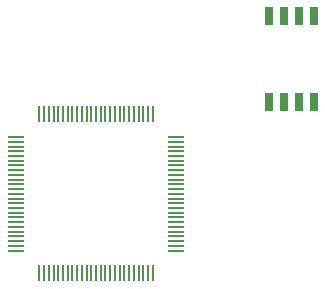
<source format=gbr>
G04 EAGLE Gerber RS-274X export*
G75*
%MOMM*%
%FSLAX34Y34*%
%LPD*%
%INSolderpaste Top*%
%IPPOS*%
%AMOC8*
5,1,8,0,0,1.08239X$1,22.5*%
G01*
%ADD10R,1.475000X0.199897*%
%ADD11R,0.199897X1.475000*%
%ADD12R,0.700000X1.550000*%


D10*
X326320Y276600D03*
X326320Y272600D03*
X326320Y268600D03*
X326320Y264600D03*
X326320Y260600D03*
X326320Y256600D03*
X326320Y252600D03*
X326320Y248600D03*
X326320Y244600D03*
X326320Y240600D03*
X326320Y236600D03*
X326320Y232600D03*
X326320Y228600D03*
X326320Y224600D03*
X326320Y220600D03*
X326320Y216600D03*
X326320Y212600D03*
X326320Y208600D03*
X326320Y204600D03*
X326320Y200600D03*
X326320Y196600D03*
X326320Y192600D03*
X326320Y188600D03*
X326320Y184600D03*
X326320Y180600D03*
D11*
X345700Y161220D03*
X349700Y161220D03*
X353700Y161220D03*
X357700Y161220D03*
X361700Y161220D03*
X365700Y161220D03*
X369700Y161220D03*
X373700Y161220D03*
X377700Y161220D03*
X381700Y161220D03*
X385700Y161220D03*
X389700Y161220D03*
X393700Y161220D03*
X397700Y161220D03*
X401700Y161220D03*
X405700Y161220D03*
X409700Y161220D03*
X413700Y161220D03*
X417700Y161220D03*
X421700Y161220D03*
X425700Y161220D03*
X429700Y161220D03*
X433700Y161220D03*
X437700Y161220D03*
X441700Y161220D03*
D10*
X461080Y180600D03*
X461080Y184600D03*
X461080Y188600D03*
X461080Y192600D03*
X461080Y196600D03*
X461080Y200600D03*
X461080Y204600D03*
X461080Y208600D03*
X461080Y212600D03*
X461080Y216600D03*
X461080Y220600D03*
X461080Y224600D03*
X461080Y228600D03*
X461080Y232600D03*
X461080Y236600D03*
X461080Y240600D03*
X461080Y244600D03*
X461080Y248600D03*
X461080Y252600D03*
X461080Y256600D03*
X461080Y260600D03*
X461080Y264600D03*
X461080Y268600D03*
X461080Y272600D03*
X461080Y276600D03*
D11*
X441700Y295980D03*
X437700Y295980D03*
X433700Y295980D03*
X429700Y295980D03*
X425700Y295980D03*
X421700Y295980D03*
X417700Y295980D03*
X413700Y295980D03*
X409700Y295980D03*
X405700Y295980D03*
X401700Y295980D03*
X397700Y295980D03*
X393700Y295980D03*
X389700Y295980D03*
X385700Y295980D03*
X381700Y295980D03*
X377700Y295980D03*
X373700Y295980D03*
X369700Y295980D03*
X365700Y295980D03*
X361700Y295980D03*
X357700Y295980D03*
X353700Y295980D03*
X349700Y295980D03*
X345700Y295980D03*
D12*
X539750Y306400D03*
X552450Y306400D03*
X565150Y306400D03*
X577850Y306400D03*
X577850Y379400D03*
X565150Y379400D03*
X552450Y379400D03*
X539750Y379400D03*
M02*

</source>
